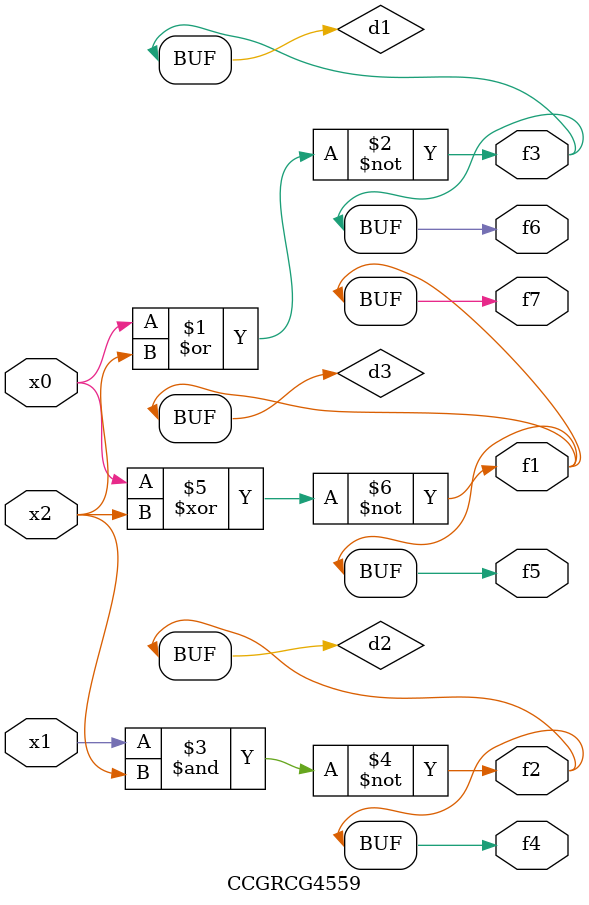
<source format=v>
module CCGRCG4559(
	input x0, x1, x2,
	output f1, f2, f3, f4, f5, f6, f7
);

	wire d1, d2, d3;

	nor (d1, x0, x2);
	nand (d2, x1, x2);
	xnor (d3, x0, x2);
	assign f1 = d3;
	assign f2 = d2;
	assign f3 = d1;
	assign f4 = d2;
	assign f5 = d3;
	assign f6 = d1;
	assign f7 = d3;
endmodule

</source>
